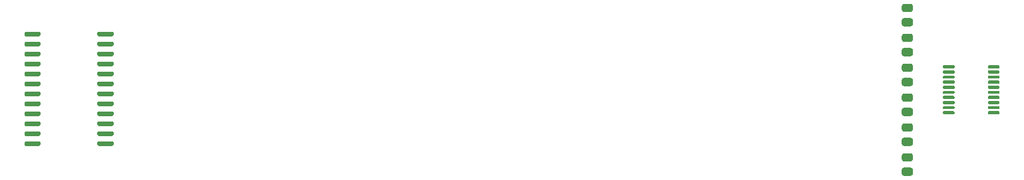
<source format=gbr>
%TF.GenerationSoftware,KiCad,Pcbnew,(5.1.10-1-10_14)*%
%TF.CreationDate,2021-12-11T09:21:19-05:00*%
%TF.ProjectId,control-unit,636f6e74-726f-46c2-9d75-6e69742e6b69,rev?*%
%TF.SameCoordinates,Original*%
%TF.FileFunction,Paste,Top*%
%TF.FilePolarity,Positive*%
%FSLAX46Y46*%
G04 Gerber Fmt 4.6, Leading zero omitted, Abs format (unit mm)*
G04 Created by KiCad (PCBNEW (5.1.10-1-10_14)) date 2021-12-11 09:21:19*
%MOMM*%
%LPD*%
G01*
G04 APERTURE LIST*
G04 APERTURE END LIST*
%TO.C,U2*%
G36*
G01*
X261713000Y-115670000D02*
X261713000Y-115470000D01*
G75*
G02*
X261813000Y-115370000I100000J0D01*
G01*
X263088000Y-115370000D01*
G75*
G02*
X263188000Y-115470000I0J-100000D01*
G01*
X263188000Y-115670000D01*
G75*
G02*
X263088000Y-115770000I-100000J0D01*
G01*
X261813000Y-115770000D01*
G75*
G02*
X261713000Y-115670000I0J100000D01*
G01*
G37*
G36*
G01*
X261713000Y-116320000D02*
X261713000Y-116120000D01*
G75*
G02*
X261813000Y-116020000I100000J0D01*
G01*
X263088000Y-116020000D01*
G75*
G02*
X263188000Y-116120000I0J-100000D01*
G01*
X263188000Y-116320000D01*
G75*
G02*
X263088000Y-116420000I-100000J0D01*
G01*
X261813000Y-116420000D01*
G75*
G02*
X261713000Y-116320000I0J100000D01*
G01*
G37*
G36*
G01*
X261713000Y-116970000D02*
X261713000Y-116770000D01*
G75*
G02*
X261813000Y-116670000I100000J0D01*
G01*
X263088000Y-116670000D01*
G75*
G02*
X263188000Y-116770000I0J-100000D01*
G01*
X263188000Y-116970000D01*
G75*
G02*
X263088000Y-117070000I-100000J0D01*
G01*
X261813000Y-117070000D01*
G75*
G02*
X261713000Y-116970000I0J100000D01*
G01*
G37*
G36*
G01*
X261713000Y-117620000D02*
X261713000Y-117420000D01*
G75*
G02*
X261813000Y-117320000I100000J0D01*
G01*
X263088000Y-117320000D01*
G75*
G02*
X263188000Y-117420000I0J-100000D01*
G01*
X263188000Y-117620000D01*
G75*
G02*
X263088000Y-117720000I-100000J0D01*
G01*
X261813000Y-117720000D01*
G75*
G02*
X261713000Y-117620000I0J100000D01*
G01*
G37*
G36*
G01*
X261713000Y-118270000D02*
X261713000Y-118070000D01*
G75*
G02*
X261813000Y-117970000I100000J0D01*
G01*
X263088000Y-117970000D01*
G75*
G02*
X263188000Y-118070000I0J-100000D01*
G01*
X263188000Y-118270000D01*
G75*
G02*
X263088000Y-118370000I-100000J0D01*
G01*
X261813000Y-118370000D01*
G75*
G02*
X261713000Y-118270000I0J100000D01*
G01*
G37*
G36*
G01*
X261713000Y-118920000D02*
X261713000Y-118720000D01*
G75*
G02*
X261813000Y-118620000I100000J0D01*
G01*
X263088000Y-118620000D01*
G75*
G02*
X263188000Y-118720000I0J-100000D01*
G01*
X263188000Y-118920000D01*
G75*
G02*
X263088000Y-119020000I-100000J0D01*
G01*
X261813000Y-119020000D01*
G75*
G02*
X261713000Y-118920000I0J100000D01*
G01*
G37*
G36*
G01*
X261713000Y-119570000D02*
X261713000Y-119370000D01*
G75*
G02*
X261813000Y-119270000I100000J0D01*
G01*
X263088000Y-119270000D01*
G75*
G02*
X263188000Y-119370000I0J-100000D01*
G01*
X263188000Y-119570000D01*
G75*
G02*
X263088000Y-119670000I-100000J0D01*
G01*
X261813000Y-119670000D01*
G75*
G02*
X261713000Y-119570000I0J100000D01*
G01*
G37*
G36*
G01*
X261713000Y-120220000D02*
X261713000Y-120020000D01*
G75*
G02*
X261813000Y-119920000I100000J0D01*
G01*
X263088000Y-119920000D01*
G75*
G02*
X263188000Y-120020000I0J-100000D01*
G01*
X263188000Y-120220000D01*
G75*
G02*
X263088000Y-120320000I-100000J0D01*
G01*
X261813000Y-120320000D01*
G75*
G02*
X261713000Y-120220000I0J100000D01*
G01*
G37*
G36*
G01*
X261713000Y-120870000D02*
X261713000Y-120670000D01*
G75*
G02*
X261813000Y-120570000I100000J0D01*
G01*
X263088000Y-120570000D01*
G75*
G02*
X263188000Y-120670000I0J-100000D01*
G01*
X263188000Y-120870000D01*
G75*
G02*
X263088000Y-120970000I-100000J0D01*
G01*
X261813000Y-120970000D01*
G75*
G02*
X261713000Y-120870000I0J100000D01*
G01*
G37*
G36*
G01*
X261713000Y-121520000D02*
X261713000Y-121320000D01*
G75*
G02*
X261813000Y-121220000I100000J0D01*
G01*
X263088000Y-121220000D01*
G75*
G02*
X263188000Y-121320000I0J-100000D01*
G01*
X263188000Y-121520000D01*
G75*
G02*
X263088000Y-121620000I-100000J0D01*
G01*
X261813000Y-121620000D01*
G75*
G02*
X261713000Y-121520000I0J100000D01*
G01*
G37*
G36*
G01*
X255988000Y-121520000D02*
X255988000Y-121320000D01*
G75*
G02*
X256088000Y-121220000I100000J0D01*
G01*
X257363000Y-121220000D01*
G75*
G02*
X257463000Y-121320000I0J-100000D01*
G01*
X257463000Y-121520000D01*
G75*
G02*
X257363000Y-121620000I-100000J0D01*
G01*
X256088000Y-121620000D01*
G75*
G02*
X255988000Y-121520000I0J100000D01*
G01*
G37*
G36*
G01*
X255988000Y-120870000D02*
X255988000Y-120670000D01*
G75*
G02*
X256088000Y-120570000I100000J0D01*
G01*
X257363000Y-120570000D01*
G75*
G02*
X257463000Y-120670000I0J-100000D01*
G01*
X257463000Y-120870000D01*
G75*
G02*
X257363000Y-120970000I-100000J0D01*
G01*
X256088000Y-120970000D01*
G75*
G02*
X255988000Y-120870000I0J100000D01*
G01*
G37*
G36*
G01*
X255988000Y-120220000D02*
X255988000Y-120020000D01*
G75*
G02*
X256088000Y-119920000I100000J0D01*
G01*
X257363000Y-119920000D01*
G75*
G02*
X257463000Y-120020000I0J-100000D01*
G01*
X257463000Y-120220000D01*
G75*
G02*
X257363000Y-120320000I-100000J0D01*
G01*
X256088000Y-120320000D01*
G75*
G02*
X255988000Y-120220000I0J100000D01*
G01*
G37*
G36*
G01*
X255988000Y-119570000D02*
X255988000Y-119370000D01*
G75*
G02*
X256088000Y-119270000I100000J0D01*
G01*
X257363000Y-119270000D01*
G75*
G02*
X257463000Y-119370000I0J-100000D01*
G01*
X257463000Y-119570000D01*
G75*
G02*
X257363000Y-119670000I-100000J0D01*
G01*
X256088000Y-119670000D01*
G75*
G02*
X255988000Y-119570000I0J100000D01*
G01*
G37*
G36*
G01*
X255988000Y-118920000D02*
X255988000Y-118720000D01*
G75*
G02*
X256088000Y-118620000I100000J0D01*
G01*
X257363000Y-118620000D01*
G75*
G02*
X257463000Y-118720000I0J-100000D01*
G01*
X257463000Y-118920000D01*
G75*
G02*
X257363000Y-119020000I-100000J0D01*
G01*
X256088000Y-119020000D01*
G75*
G02*
X255988000Y-118920000I0J100000D01*
G01*
G37*
G36*
G01*
X255988000Y-118270000D02*
X255988000Y-118070000D01*
G75*
G02*
X256088000Y-117970000I100000J0D01*
G01*
X257363000Y-117970000D01*
G75*
G02*
X257463000Y-118070000I0J-100000D01*
G01*
X257463000Y-118270000D01*
G75*
G02*
X257363000Y-118370000I-100000J0D01*
G01*
X256088000Y-118370000D01*
G75*
G02*
X255988000Y-118270000I0J100000D01*
G01*
G37*
G36*
G01*
X255988000Y-117620000D02*
X255988000Y-117420000D01*
G75*
G02*
X256088000Y-117320000I100000J0D01*
G01*
X257363000Y-117320000D01*
G75*
G02*
X257463000Y-117420000I0J-100000D01*
G01*
X257463000Y-117620000D01*
G75*
G02*
X257363000Y-117720000I-100000J0D01*
G01*
X256088000Y-117720000D01*
G75*
G02*
X255988000Y-117620000I0J100000D01*
G01*
G37*
G36*
G01*
X255988000Y-116970000D02*
X255988000Y-116770000D01*
G75*
G02*
X256088000Y-116670000I100000J0D01*
G01*
X257363000Y-116670000D01*
G75*
G02*
X257463000Y-116770000I0J-100000D01*
G01*
X257463000Y-116970000D01*
G75*
G02*
X257363000Y-117070000I-100000J0D01*
G01*
X256088000Y-117070000D01*
G75*
G02*
X255988000Y-116970000I0J100000D01*
G01*
G37*
G36*
G01*
X255988000Y-116320000D02*
X255988000Y-116120000D01*
G75*
G02*
X256088000Y-116020000I100000J0D01*
G01*
X257363000Y-116020000D01*
G75*
G02*
X257463000Y-116120000I0J-100000D01*
G01*
X257463000Y-116320000D01*
G75*
G02*
X257363000Y-116420000I-100000J0D01*
G01*
X256088000Y-116420000D01*
G75*
G02*
X255988000Y-116320000I0J100000D01*
G01*
G37*
G36*
G01*
X255988000Y-115670000D02*
X255988000Y-115470000D01*
G75*
G02*
X256088000Y-115370000I100000J0D01*
G01*
X257363000Y-115370000D01*
G75*
G02*
X257463000Y-115470000I0J-100000D01*
G01*
X257463000Y-115670000D01*
G75*
G02*
X257363000Y-115770000I-100000J0D01*
G01*
X256088000Y-115770000D01*
G75*
G02*
X255988000Y-115670000I0J100000D01*
G01*
G37*
%TD*%
%TO.C,U1*%
G36*
G01*
X141155000Y-125199000D02*
X141155000Y-125499000D01*
G75*
G02*
X141005000Y-125649000I-150000J0D01*
G01*
X139255000Y-125649000D01*
G75*
G02*
X139105000Y-125499000I0J150000D01*
G01*
X139105000Y-125199000D01*
G75*
G02*
X139255000Y-125049000I150000J0D01*
G01*
X141005000Y-125049000D01*
G75*
G02*
X141155000Y-125199000I0J-150000D01*
G01*
G37*
G36*
G01*
X141155000Y-123929000D02*
X141155000Y-124229000D01*
G75*
G02*
X141005000Y-124379000I-150000J0D01*
G01*
X139255000Y-124379000D01*
G75*
G02*
X139105000Y-124229000I0J150000D01*
G01*
X139105000Y-123929000D01*
G75*
G02*
X139255000Y-123779000I150000J0D01*
G01*
X141005000Y-123779000D01*
G75*
G02*
X141155000Y-123929000I0J-150000D01*
G01*
G37*
G36*
G01*
X141155000Y-122659000D02*
X141155000Y-122959000D01*
G75*
G02*
X141005000Y-123109000I-150000J0D01*
G01*
X139255000Y-123109000D01*
G75*
G02*
X139105000Y-122959000I0J150000D01*
G01*
X139105000Y-122659000D01*
G75*
G02*
X139255000Y-122509000I150000J0D01*
G01*
X141005000Y-122509000D01*
G75*
G02*
X141155000Y-122659000I0J-150000D01*
G01*
G37*
G36*
G01*
X141155000Y-121389000D02*
X141155000Y-121689000D01*
G75*
G02*
X141005000Y-121839000I-150000J0D01*
G01*
X139255000Y-121839000D01*
G75*
G02*
X139105000Y-121689000I0J150000D01*
G01*
X139105000Y-121389000D01*
G75*
G02*
X139255000Y-121239000I150000J0D01*
G01*
X141005000Y-121239000D01*
G75*
G02*
X141155000Y-121389000I0J-150000D01*
G01*
G37*
G36*
G01*
X141155000Y-120119000D02*
X141155000Y-120419000D01*
G75*
G02*
X141005000Y-120569000I-150000J0D01*
G01*
X139255000Y-120569000D01*
G75*
G02*
X139105000Y-120419000I0J150000D01*
G01*
X139105000Y-120119000D01*
G75*
G02*
X139255000Y-119969000I150000J0D01*
G01*
X141005000Y-119969000D01*
G75*
G02*
X141155000Y-120119000I0J-150000D01*
G01*
G37*
G36*
G01*
X141155000Y-118849000D02*
X141155000Y-119149000D01*
G75*
G02*
X141005000Y-119299000I-150000J0D01*
G01*
X139255000Y-119299000D01*
G75*
G02*
X139105000Y-119149000I0J150000D01*
G01*
X139105000Y-118849000D01*
G75*
G02*
X139255000Y-118699000I150000J0D01*
G01*
X141005000Y-118699000D01*
G75*
G02*
X141155000Y-118849000I0J-150000D01*
G01*
G37*
G36*
G01*
X141155000Y-117579000D02*
X141155000Y-117879000D01*
G75*
G02*
X141005000Y-118029000I-150000J0D01*
G01*
X139255000Y-118029000D01*
G75*
G02*
X139105000Y-117879000I0J150000D01*
G01*
X139105000Y-117579000D01*
G75*
G02*
X139255000Y-117429000I150000J0D01*
G01*
X141005000Y-117429000D01*
G75*
G02*
X141155000Y-117579000I0J-150000D01*
G01*
G37*
G36*
G01*
X141155000Y-116309000D02*
X141155000Y-116609000D01*
G75*
G02*
X141005000Y-116759000I-150000J0D01*
G01*
X139255000Y-116759000D01*
G75*
G02*
X139105000Y-116609000I0J150000D01*
G01*
X139105000Y-116309000D01*
G75*
G02*
X139255000Y-116159000I150000J0D01*
G01*
X141005000Y-116159000D01*
G75*
G02*
X141155000Y-116309000I0J-150000D01*
G01*
G37*
G36*
G01*
X141155000Y-115039000D02*
X141155000Y-115339000D01*
G75*
G02*
X141005000Y-115489000I-150000J0D01*
G01*
X139255000Y-115489000D01*
G75*
G02*
X139105000Y-115339000I0J150000D01*
G01*
X139105000Y-115039000D01*
G75*
G02*
X139255000Y-114889000I150000J0D01*
G01*
X141005000Y-114889000D01*
G75*
G02*
X141155000Y-115039000I0J-150000D01*
G01*
G37*
G36*
G01*
X141155000Y-113769000D02*
X141155000Y-114069000D01*
G75*
G02*
X141005000Y-114219000I-150000J0D01*
G01*
X139255000Y-114219000D01*
G75*
G02*
X139105000Y-114069000I0J150000D01*
G01*
X139105000Y-113769000D01*
G75*
G02*
X139255000Y-113619000I150000J0D01*
G01*
X141005000Y-113619000D01*
G75*
G02*
X141155000Y-113769000I0J-150000D01*
G01*
G37*
G36*
G01*
X141155000Y-112499000D02*
X141155000Y-112799000D01*
G75*
G02*
X141005000Y-112949000I-150000J0D01*
G01*
X139255000Y-112949000D01*
G75*
G02*
X139105000Y-112799000I0J150000D01*
G01*
X139105000Y-112499000D01*
G75*
G02*
X139255000Y-112349000I150000J0D01*
G01*
X141005000Y-112349000D01*
G75*
G02*
X141155000Y-112499000I0J-150000D01*
G01*
G37*
G36*
G01*
X141155000Y-111229000D02*
X141155000Y-111529000D01*
G75*
G02*
X141005000Y-111679000I-150000J0D01*
G01*
X139255000Y-111679000D01*
G75*
G02*
X139105000Y-111529000I0J150000D01*
G01*
X139105000Y-111229000D01*
G75*
G02*
X139255000Y-111079000I150000J0D01*
G01*
X141005000Y-111079000D01*
G75*
G02*
X141155000Y-111229000I0J-150000D01*
G01*
G37*
G36*
G01*
X150455000Y-111229000D02*
X150455000Y-111529000D01*
G75*
G02*
X150305000Y-111679000I-150000J0D01*
G01*
X148555000Y-111679000D01*
G75*
G02*
X148405000Y-111529000I0J150000D01*
G01*
X148405000Y-111229000D01*
G75*
G02*
X148555000Y-111079000I150000J0D01*
G01*
X150305000Y-111079000D01*
G75*
G02*
X150455000Y-111229000I0J-150000D01*
G01*
G37*
G36*
G01*
X150455000Y-112499000D02*
X150455000Y-112799000D01*
G75*
G02*
X150305000Y-112949000I-150000J0D01*
G01*
X148555000Y-112949000D01*
G75*
G02*
X148405000Y-112799000I0J150000D01*
G01*
X148405000Y-112499000D01*
G75*
G02*
X148555000Y-112349000I150000J0D01*
G01*
X150305000Y-112349000D01*
G75*
G02*
X150455000Y-112499000I0J-150000D01*
G01*
G37*
G36*
G01*
X150455000Y-113769000D02*
X150455000Y-114069000D01*
G75*
G02*
X150305000Y-114219000I-150000J0D01*
G01*
X148555000Y-114219000D01*
G75*
G02*
X148405000Y-114069000I0J150000D01*
G01*
X148405000Y-113769000D01*
G75*
G02*
X148555000Y-113619000I150000J0D01*
G01*
X150305000Y-113619000D01*
G75*
G02*
X150455000Y-113769000I0J-150000D01*
G01*
G37*
G36*
G01*
X150455000Y-115039000D02*
X150455000Y-115339000D01*
G75*
G02*
X150305000Y-115489000I-150000J0D01*
G01*
X148555000Y-115489000D01*
G75*
G02*
X148405000Y-115339000I0J150000D01*
G01*
X148405000Y-115039000D01*
G75*
G02*
X148555000Y-114889000I150000J0D01*
G01*
X150305000Y-114889000D01*
G75*
G02*
X150455000Y-115039000I0J-150000D01*
G01*
G37*
G36*
G01*
X150455000Y-116309000D02*
X150455000Y-116609000D01*
G75*
G02*
X150305000Y-116759000I-150000J0D01*
G01*
X148555000Y-116759000D01*
G75*
G02*
X148405000Y-116609000I0J150000D01*
G01*
X148405000Y-116309000D01*
G75*
G02*
X148555000Y-116159000I150000J0D01*
G01*
X150305000Y-116159000D01*
G75*
G02*
X150455000Y-116309000I0J-150000D01*
G01*
G37*
G36*
G01*
X150455000Y-117579000D02*
X150455000Y-117879000D01*
G75*
G02*
X150305000Y-118029000I-150000J0D01*
G01*
X148555000Y-118029000D01*
G75*
G02*
X148405000Y-117879000I0J150000D01*
G01*
X148405000Y-117579000D01*
G75*
G02*
X148555000Y-117429000I150000J0D01*
G01*
X150305000Y-117429000D01*
G75*
G02*
X150455000Y-117579000I0J-150000D01*
G01*
G37*
G36*
G01*
X150455000Y-118849000D02*
X150455000Y-119149000D01*
G75*
G02*
X150305000Y-119299000I-150000J0D01*
G01*
X148555000Y-119299000D01*
G75*
G02*
X148405000Y-119149000I0J150000D01*
G01*
X148405000Y-118849000D01*
G75*
G02*
X148555000Y-118699000I150000J0D01*
G01*
X150305000Y-118699000D01*
G75*
G02*
X150455000Y-118849000I0J-150000D01*
G01*
G37*
G36*
G01*
X150455000Y-120119000D02*
X150455000Y-120419000D01*
G75*
G02*
X150305000Y-120569000I-150000J0D01*
G01*
X148555000Y-120569000D01*
G75*
G02*
X148405000Y-120419000I0J150000D01*
G01*
X148405000Y-120119000D01*
G75*
G02*
X148555000Y-119969000I150000J0D01*
G01*
X150305000Y-119969000D01*
G75*
G02*
X150455000Y-120119000I0J-150000D01*
G01*
G37*
G36*
G01*
X150455000Y-121389000D02*
X150455000Y-121689000D01*
G75*
G02*
X150305000Y-121839000I-150000J0D01*
G01*
X148555000Y-121839000D01*
G75*
G02*
X148405000Y-121689000I0J150000D01*
G01*
X148405000Y-121389000D01*
G75*
G02*
X148555000Y-121239000I150000J0D01*
G01*
X150305000Y-121239000D01*
G75*
G02*
X150455000Y-121389000I0J-150000D01*
G01*
G37*
G36*
G01*
X150455000Y-122659000D02*
X150455000Y-122959000D01*
G75*
G02*
X150305000Y-123109000I-150000J0D01*
G01*
X148555000Y-123109000D01*
G75*
G02*
X148405000Y-122959000I0J150000D01*
G01*
X148405000Y-122659000D01*
G75*
G02*
X148555000Y-122509000I150000J0D01*
G01*
X150305000Y-122509000D01*
G75*
G02*
X150455000Y-122659000I0J-150000D01*
G01*
G37*
G36*
G01*
X150455000Y-123929000D02*
X150455000Y-124229000D01*
G75*
G02*
X150305000Y-124379000I-150000J0D01*
G01*
X148555000Y-124379000D01*
G75*
G02*
X148405000Y-124229000I0J150000D01*
G01*
X148405000Y-123929000D01*
G75*
G02*
X148555000Y-123779000I150000J0D01*
G01*
X150305000Y-123779000D01*
G75*
G02*
X150455000Y-123929000I0J-150000D01*
G01*
G37*
G36*
G01*
X150455000Y-125199000D02*
X150455000Y-125499000D01*
G75*
G02*
X150305000Y-125649000I-150000J0D01*
G01*
X148555000Y-125649000D01*
G75*
G02*
X148405000Y-125499000I0J150000D01*
G01*
X148405000Y-125199000D01*
G75*
G02*
X148555000Y-125049000I150000J0D01*
G01*
X150305000Y-125049000D01*
G75*
G02*
X150455000Y-125199000I0J-150000D01*
G01*
G37*
%TD*%
%TO.C,R6*%
G36*
G01*
X251009998Y-128416000D02*
X251910002Y-128416000D01*
G75*
G02*
X252160000Y-128665998I0J-249998D01*
G01*
X252160000Y-129191002D01*
G75*
G02*
X251910002Y-129441000I-249998J0D01*
G01*
X251009998Y-129441000D01*
G75*
G02*
X250760000Y-129191002I0J249998D01*
G01*
X250760000Y-128665998D01*
G75*
G02*
X251009998Y-128416000I249998J0D01*
G01*
G37*
G36*
G01*
X251009998Y-126591000D02*
X251910002Y-126591000D01*
G75*
G02*
X252160000Y-126840998I0J-249998D01*
G01*
X252160000Y-127366002D01*
G75*
G02*
X251910002Y-127616000I-249998J0D01*
G01*
X251009998Y-127616000D01*
G75*
G02*
X250760000Y-127366002I0J249998D01*
G01*
X250760000Y-126840998D01*
G75*
G02*
X251009998Y-126591000I249998J0D01*
G01*
G37*
%TD*%
%TO.C,R5*%
G36*
G01*
X251009998Y-124606000D02*
X251910002Y-124606000D01*
G75*
G02*
X252160000Y-124855998I0J-249998D01*
G01*
X252160000Y-125381002D01*
G75*
G02*
X251910002Y-125631000I-249998J0D01*
G01*
X251009998Y-125631000D01*
G75*
G02*
X250760000Y-125381002I0J249998D01*
G01*
X250760000Y-124855998D01*
G75*
G02*
X251009998Y-124606000I249998J0D01*
G01*
G37*
G36*
G01*
X251009998Y-122781000D02*
X251910002Y-122781000D01*
G75*
G02*
X252160000Y-123030998I0J-249998D01*
G01*
X252160000Y-123556002D01*
G75*
G02*
X251910002Y-123806000I-249998J0D01*
G01*
X251009998Y-123806000D01*
G75*
G02*
X250760000Y-123556002I0J249998D01*
G01*
X250760000Y-123030998D01*
G75*
G02*
X251009998Y-122781000I249998J0D01*
G01*
G37*
%TD*%
%TO.C,R4*%
G36*
G01*
X251009998Y-120796000D02*
X251910002Y-120796000D01*
G75*
G02*
X252160000Y-121045998I0J-249998D01*
G01*
X252160000Y-121571002D01*
G75*
G02*
X251910002Y-121821000I-249998J0D01*
G01*
X251009998Y-121821000D01*
G75*
G02*
X250760000Y-121571002I0J249998D01*
G01*
X250760000Y-121045998D01*
G75*
G02*
X251009998Y-120796000I249998J0D01*
G01*
G37*
G36*
G01*
X251009998Y-118971000D02*
X251910002Y-118971000D01*
G75*
G02*
X252160000Y-119220998I0J-249998D01*
G01*
X252160000Y-119746002D01*
G75*
G02*
X251910002Y-119996000I-249998J0D01*
G01*
X251009998Y-119996000D01*
G75*
G02*
X250760000Y-119746002I0J249998D01*
G01*
X250760000Y-119220998D01*
G75*
G02*
X251009998Y-118971000I249998J0D01*
G01*
G37*
%TD*%
%TO.C,R3*%
G36*
G01*
X251009998Y-116986000D02*
X251910002Y-116986000D01*
G75*
G02*
X252160000Y-117235998I0J-249998D01*
G01*
X252160000Y-117761002D01*
G75*
G02*
X251910002Y-118011000I-249998J0D01*
G01*
X251009998Y-118011000D01*
G75*
G02*
X250760000Y-117761002I0J249998D01*
G01*
X250760000Y-117235998D01*
G75*
G02*
X251009998Y-116986000I249998J0D01*
G01*
G37*
G36*
G01*
X251009998Y-115161000D02*
X251910002Y-115161000D01*
G75*
G02*
X252160000Y-115410998I0J-249998D01*
G01*
X252160000Y-115936002D01*
G75*
G02*
X251910002Y-116186000I-249998J0D01*
G01*
X251009998Y-116186000D01*
G75*
G02*
X250760000Y-115936002I0J249998D01*
G01*
X250760000Y-115410998D01*
G75*
G02*
X251009998Y-115161000I249998J0D01*
G01*
G37*
%TD*%
%TO.C,R2*%
G36*
G01*
X251009998Y-113176000D02*
X251910002Y-113176000D01*
G75*
G02*
X252160000Y-113425998I0J-249998D01*
G01*
X252160000Y-113951002D01*
G75*
G02*
X251910002Y-114201000I-249998J0D01*
G01*
X251009998Y-114201000D01*
G75*
G02*
X250760000Y-113951002I0J249998D01*
G01*
X250760000Y-113425998D01*
G75*
G02*
X251009998Y-113176000I249998J0D01*
G01*
G37*
G36*
G01*
X251009998Y-111351000D02*
X251910002Y-111351000D01*
G75*
G02*
X252160000Y-111600998I0J-249998D01*
G01*
X252160000Y-112126002D01*
G75*
G02*
X251910002Y-112376000I-249998J0D01*
G01*
X251009998Y-112376000D01*
G75*
G02*
X250760000Y-112126002I0J249998D01*
G01*
X250760000Y-111600998D01*
G75*
G02*
X251009998Y-111351000I249998J0D01*
G01*
G37*
%TD*%
%TO.C,R1*%
G36*
G01*
X251009998Y-109366000D02*
X251910002Y-109366000D01*
G75*
G02*
X252160000Y-109615998I0J-249998D01*
G01*
X252160000Y-110141002D01*
G75*
G02*
X251910002Y-110391000I-249998J0D01*
G01*
X251009998Y-110391000D01*
G75*
G02*
X250760000Y-110141002I0J249998D01*
G01*
X250760000Y-109615998D01*
G75*
G02*
X251009998Y-109366000I249998J0D01*
G01*
G37*
G36*
G01*
X251009998Y-107541000D02*
X251910002Y-107541000D01*
G75*
G02*
X252160000Y-107790998I0J-249998D01*
G01*
X252160000Y-108316002D01*
G75*
G02*
X251910002Y-108566000I-249998J0D01*
G01*
X251009998Y-108566000D01*
G75*
G02*
X250760000Y-108316002I0J249998D01*
G01*
X250760000Y-107790998D01*
G75*
G02*
X251009998Y-107541000I249998J0D01*
G01*
G37*
%TD*%
M02*

</source>
